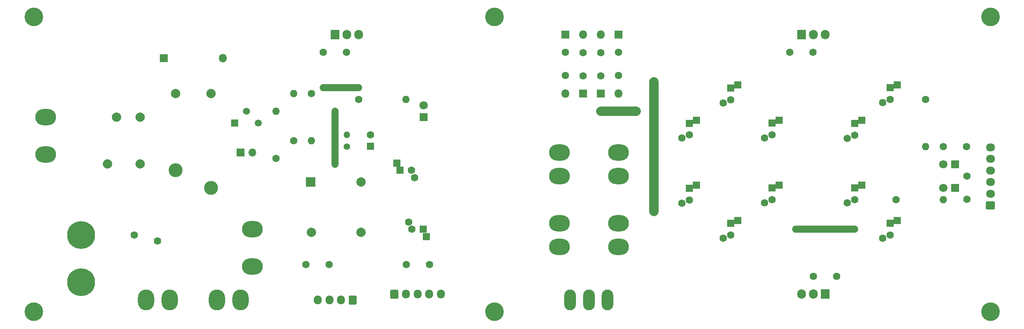
<source format=gbr>
G04 #@! TF.GenerationSoftware,KiCad,Pcbnew,5.0.1-33cea8e~68~ubuntu16.04.1*
G04 #@! TF.CreationDate,2018-10-23T23:14:49+02:00*
G04 #@! TF.ProjectId,mixersupply,6D69786572737570706C792E6B696361,1*
G04 #@! TF.SameCoordinates,Original*
G04 #@! TF.FileFunction,Copper,L1,Top,Signal*
G04 #@! TF.FilePolarity,Positive*
%FSLAX46Y46*%
G04 Gerber Fmt 4.6, Leading zero omitted, Abs format (unit mm)*
G04 Created by KiCad (PCBNEW 5.0.1-33cea8e~68~ubuntu16.04.1) date Di 23 Okt 2018 23:14:49 CEST*
%MOMM*%
%LPD*%
G01*
G04 APERTURE LIST*
G04 #@! TA.AperFunction,ComponentPad*
%ADD10C,1.500000*%
G04 #@! TD*
G04 #@! TA.AperFunction,ComponentPad*
%ADD11R,1.500000X1.500000*%
G04 #@! TD*
G04 #@! TA.AperFunction,ComponentPad*
%ADD12C,1.600000*%
G04 #@! TD*
G04 #@! TA.AperFunction,ComponentPad*
%ADD13O,1.600000X1.600000*%
G04 #@! TD*
G04 #@! TA.AperFunction,Conductor*
%ADD14C,0.100000*%
G04 #@! TD*
G04 #@! TA.AperFunction,ComponentPad*
%ADD15C,1.700000*%
G04 #@! TD*
G04 #@! TA.AperFunction,ComponentPad*
%ADD16O,1.700000X1.950000*%
G04 #@! TD*
G04 #@! TA.AperFunction,ComponentPad*
%ADD17C,1.400000*%
G04 #@! TD*
G04 #@! TA.AperFunction,ComponentPad*
%ADD18O,1.400000X1.400000*%
G04 #@! TD*
G04 #@! TA.AperFunction,ComponentPad*
%ADD19R,1.905000X2.000000*%
G04 #@! TD*
G04 #@! TA.AperFunction,ComponentPad*
%ADD20O,1.905000X2.000000*%
G04 #@! TD*
G04 #@! TA.AperFunction,ComponentPad*
%ADD21C,6.000000*%
G04 #@! TD*
G04 #@! TA.AperFunction,ComponentPad*
%ADD22C,2.000000*%
G04 #@! TD*
G04 #@! TA.AperFunction,ComponentPad*
%ADD23C,3.000000*%
G04 #@! TD*
G04 #@! TA.AperFunction,ComponentPad*
%ADD24R,1.600000X1.600000*%
G04 #@! TD*
G04 #@! TA.AperFunction,ComponentPad*
%ADD25O,4.500000X3.500000*%
G04 #@! TD*
G04 #@! TA.AperFunction,ComponentPad*
%ADD26R,2.000000X2.000000*%
G04 #@! TD*
G04 #@! TA.AperFunction,ComponentPad*
%ADD27R,1.800000X1.800000*%
G04 #@! TD*
G04 #@! TA.AperFunction,ComponentPad*
%ADD28C,1.800000*%
G04 #@! TD*
G04 #@! TA.AperFunction,ComponentPad*
%ADD29R,1.700000X1.700000*%
G04 #@! TD*
G04 #@! TA.AperFunction,ComponentPad*
%ADD30O,1.700000X1.700000*%
G04 #@! TD*
G04 #@! TA.AperFunction,ComponentPad*
%ADD31O,1.800000X1.800000*%
G04 #@! TD*
G04 #@! TA.AperFunction,ComponentPad*
%ADD32O,3.500000X4.500000*%
G04 #@! TD*
G04 #@! TA.AperFunction,ComponentPad*
%ADD33O,1.950000X1.700000*%
G04 #@! TD*
G04 #@! TA.AperFunction,ComponentPad*
%ADD34O,2.500000X4.500000*%
G04 #@! TD*
G04 #@! TA.AperFunction,ViaPad*
%ADD35C,4.000000*%
G04 #@! TD*
G04 #@! TA.AperFunction,ViaPad*
%ADD36C,1.000000*%
G04 #@! TD*
G04 #@! TA.AperFunction,Conductor*
%ADD37C,1.500000*%
G04 #@! TD*
G04 #@! TA.AperFunction,Conductor*
%ADD38C,2.000000*%
G04 #@! TD*
G04 APERTURE END LIST*
D10*
G04 #@! TO.P,Q1,2*
G04 #@! TO.N,Net-(Q1-Pad2)*
X63500000Y-38100000D03*
G04 #@! TO.P,Q1,3*
G04 #@! TO.N,GNDD*
X66040000Y-40640000D03*
D11*
G04 #@! TO.P,Q1,1*
G04 #@! TO.N,Net-(D5-Pad1)*
X60960000Y-40640000D03*
G04 #@! TD*
D12*
G04 #@! TO.P,C1,2*
G04 #@! TO.N,/5VAC_1*
X81280000Y-71120000D03*
G04 #@! TO.P,C1,1*
G04 #@! TO.N,/5VAC_2*
X76280000Y-71120000D03*
G04 #@! TD*
D13*
G04 #@! TO.P,RLED_PWR1,2*
G04 #@! TO.N,+5V*
X73660000Y-34290000D03*
D12*
G04 #@! TO.P,RLED_PWR1,1*
G04 #@! TO.N,Net-(J3-Pad2)*
X73660000Y-44450000D03*
G04 #@! TD*
D14*
G04 #@! TO.N,GNDD*
G04 #@! TO.C,J4*
G36*
X95954504Y-76496204D02*
X95978773Y-76499804D01*
X96002571Y-76505765D01*
X96025671Y-76514030D01*
X96047849Y-76524520D01*
X96068893Y-76537133D01*
X96088598Y-76551747D01*
X96106777Y-76568223D01*
X96123253Y-76586402D01*
X96137867Y-76606107D01*
X96150480Y-76627151D01*
X96160970Y-76649329D01*
X96169235Y-76672429D01*
X96175196Y-76696227D01*
X96178796Y-76720496D01*
X96180000Y-76745000D01*
X96180000Y-78195000D01*
X96178796Y-78219504D01*
X96175196Y-78243773D01*
X96169235Y-78267571D01*
X96160970Y-78290671D01*
X96150480Y-78312849D01*
X96137867Y-78333893D01*
X96123253Y-78353598D01*
X96106777Y-78371777D01*
X96088598Y-78388253D01*
X96068893Y-78402867D01*
X96047849Y-78415480D01*
X96025671Y-78425970D01*
X96002571Y-78434235D01*
X95978773Y-78440196D01*
X95954504Y-78443796D01*
X95930000Y-78445000D01*
X94730000Y-78445000D01*
X94705496Y-78443796D01*
X94681227Y-78440196D01*
X94657429Y-78434235D01*
X94634329Y-78425970D01*
X94612151Y-78415480D01*
X94591107Y-78402867D01*
X94571402Y-78388253D01*
X94553223Y-78371777D01*
X94536747Y-78353598D01*
X94522133Y-78333893D01*
X94509520Y-78312849D01*
X94499030Y-78290671D01*
X94490765Y-78267571D01*
X94484804Y-78243773D01*
X94481204Y-78219504D01*
X94480000Y-78195000D01*
X94480000Y-76745000D01*
X94481204Y-76720496D01*
X94484804Y-76696227D01*
X94490765Y-76672429D01*
X94499030Y-76649329D01*
X94509520Y-76627151D01*
X94522133Y-76606107D01*
X94536747Y-76586402D01*
X94553223Y-76568223D01*
X94571402Y-76551747D01*
X94591107Y-76537133D01*
X94612151Y-76524520D01*
X94634329Y-76514030D01*
X94657429Y-76505765D01*
X94681227Y-76499804D01*
X94705496Y-76496204D01*
X94730000Y-76495000D01*
X95930000Y-76495000D01*
X95954504Y-76496204D01*
X95954504Y-76496204D01*
G37*
D15*
G04 #@! TD*
G04 #@! TO.P,J4,1*
G04 #@! TO.N,GNDD*
X95330000Y-77470000D03*
D16*
G04 #@! TO.P,J4,2*
G04 #@! TO.N,GNDD*
X97830000Y-77470000D03*
G04 #@! TO.P,J4,3*
X100330000Y-77470000D03*
G04 #@! TO.P,J4,4*
G04 #@! TO.N,+5V*
X102830000Y-77470000D03*
G04 #@! TO.P,J4,5*
X105330000Y-77470000D03*
G04 #@! TD*
D17*
G04 #@! TO.P,R5,1*
G04 #@! TO.N,Net-(C10-Pad1)*
X85090000Y-45720000D03*
D18*
G04 #@! TO.P,R5,2*
G04 #@! TO.N,GNDD*
X85090000Y-43180000D03*
G04 #@! TD*
D14*
G04 #@! TO.N,N/C*
G04 #@! TO.C,J8*
G36*
X86984504Y-77766204D02*
X87008773Y-77769804D01*
X87032571Y-77775765D01*
X87055671Y-77784030D01*
X87077849Y-77794520D01*
X87098893Y-77807133D01*
X87118598Y-77821747D01*
X87136777Y-77838223D01*
X87153253Y-77856402D01*
X87167867Y-77876107D01*
X87180480Y-77897151D01*
X87190970Y-77919329D01*
X87199235Y-77942429D01*
X87205196Y-77966227D01*
X87208796Y-77990496D01*
X87210000Y-78015000D01*
X87210000Y-79465000D01*
X87208796Y-79489504D01*
X87205196Y-79513773D01*
X87199235Y-79537571D01*
X87190970Y-79560671D01*
X87180480Y-79582849D01*
X87167867Y-79603893D01*
X87153253Y-79623598D01*
X87136777Y-79641777D01*
X87118598Y-79658253D01*
X87098893Y-79672867D01*
X87077849Y-79685480D01*
X87055671Y-79695970D01*
X87032571Y-79704235D01*
X87008773Y-79710196D01*
X86984504Y-79713796D01*
X86960000Y-79715000D01*
X85760000Y-79715000D01*
X85735496Y-79713796D01*
X85711227Y-79710196D01*
X85687429Y-79704235D01*
X85664329Y-79695970D01*
X85642151Y-79685480D01*
X85621107Y-79672867D01*
X85601402Y-79658253D01*
X85583223Y-79641777D01*
X85566747Y-79623598D01*
X85552133Y-79603893D01*
X85539520Y-79582849D01*
X85529030Y-79560671D01*
X85520765Y-79537571D01*
X85514804Y-79513773D01*
X85511204Y-79489504D01*
X85510000Y-79465000D01*
X85510000Y-78015000D01*
X85511204Y-77990496D01*
X85514804Y-77966227D01*
X85520765Y-77942429D01*
X85529030Y-77919329D01*
X85539520Y-77897151D01*
X85552133Y-77876107D01*
X85566747Y-77856402D01*
X85583223Y-77838223D01*
X85601402Y-77821747D01*
X85621107Y-77807133D01*
X85642151Y-77794520D01*
X85664329Y-77784030D01*
X85687429Y-77775765D01*
X85711227Y-77769804D01*
X85735496Y-77766204D01*
X85760000Y-77765000D01*
X86960000Y-77765000D01*
X86984504Y-77766204D01*
X86984504Y-77766204D01*
G37*
D15*
G04 #@! TD*
G04 #@! TO.P,J8,1*
G04 #@! TO.N,N/C*
X86360000Y-78740000D03*
D16*
G04 #@! TO.P,J8,2*
G04 #@! TO.N,N/C*
X83860000Y-78740000D03*
G04 #@! TO.P,J8,3*
G04 #@! TO.N,/5VAC_1*
X81360000Y-78740000D03*
G04 #@! TO.P,J8,4*
G04 #@! TO.N,/5VAC_2*
X78860000Y-78740000D03*
G04 #@! TD*
D19*
G04 #@! TO.P,U1,1*
G04 #@! TO.N,Net-(Cl1-Pad1)*
X82550000Y-21590000D03*
D20*
G04 #@! TO.P,U1,2*
G04 #@! TO.N,GNDD*
X85090000Y-21590000D03*
G04 #@! TO.P,U1,3*
G04 #@! TO.N,+5V*
X87630000Y-21590000D03*
G04 #@! TD*
D21*
G04 #@! TO.P,J1,1*
G04 #@! TO.N,Net-(F1-Pad1)*
X27940000Y-74930000D03*
G04 #@! TO.P,J1,2*
G04 #@! TO.N,Net-(J1-Pad2)*
X27940000Y-64770000D03*
G04 #@! TD*
D22*
G04 #@! TO.P,TH1,1*
G04 #@! TO.N,Net-(C25-Pad1)*
X33610000Y-49370000D03*
G04 #@! TO.P,TH1,2*
G04 #@! TO.N,Net-(C25-Pad2)*
X35560000Y-39370000D03*
G04 #@! TD*
D12*
G04 #@! TO.P,RV1,1*
G04 #@! TO.N,Net-(C25-Pad1)*
X44370000Y-66040000D03*
G04 #@! TO.P,RV1,2*
G04 #@! TO.N,Net-(J1-Pad2)*
X39370000Y-64740000D03*
G04 #@! TD*
D22*
G04 #@! TO.P,K1,A1*
G04 #@! TO.N,+5V*
X55880000Y-34290000D03*
G04 #@! TO.P,K1,A2*
G04 #@! TO.N,Net-(D5-Pad1)*
X48260000Y-34290000D03*
D23*
G04 #@! TO.P,K1,11*
G04 #@! TO.N,Net-(C25-Pad2)*
X48260000Y-50800000D03*
G04 #@! TO.P,K1,14*
G04 #@! TO.N,Net-(C25-Pad1)*
X55880000Y-54610000D03*
G04 #@! TD*
D12*
G04 #@! TO.P,Cl1,2*
G04 #@! TO.N,GNDD*
X99690937Y-52400000D03*
D24*
G04 #@! TO.P,Cl1,1*
G04 #@! TO.N,Net-(Cl1-Pad1)*
X95849063Y-49200000D03*
D12*
G04 #@! TO.P,Cl1,2*
G04 #@! TO.N,GNDD*
X99020000Y-50800000D03*
D24*
G04 #@! TO.P,Cl1,1*
G04 #@! TO.N,Net-(Cl1-Pad1)*
X96520000Y-50800000D03*
G04 #@! TD*
D25*
G04 #@! TO.P,J2,2*
G04 #@! TO.N,Net-(F1-Pad2)*
X64770000Y-71500000D03*
G04 #@! TO.P,J2,1*
G04 #@! TO.N,Net-(C25-Pad1)*
X64770000Y-63500000D03*
G04 #@! TD*
D12*
G04 #@! TO.P,R1,1*
G04 #@! TO.N,Net-(C10-Pad1)*
X69850000Y-48260000D03*
D13*
G04 #@! TO.P,R1,2*
G04 #@! TO.N,Net-(Q1-Pad2)*
X69850000Y-38100000D03*
G04 #@! TD*
D12*
G04 #@! TO.P,Cl2,1*
G04 #@! TO.N,Net-(Cl1-Pad1)*
X80010000Y-25400000D03*
G04 #@! TO.P,Cl2,2*
G04 #@! TO.N,GNDD*
X85010000Y-25400000D03*
G04 #@! TD*
D22*
G04 #@! TO.P,DB9V1,3*
G04 #@! TO.N,GNDD*
X88170000Y-64140000D03*
G04 #@! TO.P,DB9V1,4*
G04 #@! TO.N,/5VAC_1*
X88170000Y-53340000D03*
D26*
G04 #@! TO.P,DB9V1,1*
G04 #@! TO.N,Net-(Cl1-Pad1)*
X77370000Y-53340000D03*
D22*
G04 #@! TO.P,DB9V1,2*
G04 #@! TO.N,/5VAC_2*
X77470000Y-64140000D03*
G04 #@! TD*
D24*
G04 #@! TO.P,Cl3,1*
G04 #@! TO.N,+5V*
X101560000Y-63500000D03*
D12*
G04 #@! TO.P,Cl3,2*
G04 #@! TO.N,GNDD*
X99060000Y-63500000D03*
D24*
G04 #@! TO.P,Cl3,1*
G04 #@! TO.N,+5V*
X102230937Y-65100000D03*
D12*
G04 #@! TO.P,Cl3,2*
G04 #@! TO.N,GNDD*
X98389063Y-61900000D03*
G04 #@! TD*
D25*
G04 #@! TO.P,J6,1*
G04 #@! TO.N,Net-(J1-Pad2)*
X20320000Y-47370000D03*
G04 #@! TO.P,J6,2*
G04 #@! TO.N,Net-(C25-Pad2)*
X20320000Y-39370000D03*
G04 #@! TD*
D12*
G04 #@! TO.P,Cl4,2*
G04 #@! TO.N,GNDD*
X97870000Y-71120000D03*
G04 #@! TO.P,Cl4,1*
G04 #@! TO.N,+5V*
X102870000Y-71120000D03*
G04 #@! TD*
D13*
G04 #@! TO.P,RLED_5V1,2*
G04 #@! TO.N,Net-(DLED_5V1-Pad2)*
X97790000Y-35560000D03*
D12*
G04 #@! TO.P,RLED_5V1,1*
G04 #@! TO.N,+5V*
X87630000Y-35560000D03*
G04 #@! TD*
G04 #@! TO.P,R2,1*
G04 #@! TO.N,+5V*
X77470000Y-34290000D03*
D13*
G04 #@! TO.P,R2,2*
G04 #@! TO.N,Net-(C10-Pad1)*
X77470000Y-44450000D03*
G04 #@! TD*
D27*
G04 #@! TO.P,DLED_5V1,1*
G04 #@! TO.N,GNDD*
X101600000Y-39370000D03*
D28*
G04 #@! TO.P,DLED_5V1,2*
G04 #@! TO.N,Net-(DLED_5V1-Pad2)*
X101600000Y-36830000D03*
G04 #@! TD*
D24*
G04 #@! TO.P,C10,1*
G04 #@! TO.N,Net-(C10-Pad1)*
X90170000Y-45640000D03*
D12*
G04 #@! TO.P,C10,2*
G04 #@! TO.N,GNDD*
X90170000Y-43140000D03*
G04 #@! TD*
D29*
G04 #@! TO.P,J3,1*
G04 #@! TO.N,Net-(D5-Pad1)*
X62230000Y-46990000D03*
D30*
G04 #@! TO.P,J3,2*
G04 #@! TO.N,Net-(J3-Pad2)*
X64770000Y-46990000D03*
G04 #@! TD*
D22*
G04 #@! TO.P,C25,1*
G04 #@! TO.N,Net-(C25-Pad1)*
X40640000Y-49370000D03*
G04 #@! TO.P,C25,2*
G04 #@! TO.N,Net-(C25-Pad2)*
X40640000Y-39370000D03*
G04 #@! TD*
D27*
G04 #@! TO.P,D5,1*
G04 #@! TO.N,Net-(D5-Pad1)*
X45720000Y-26670000D03*
D31*
G04 #@! TO.P,D5,2*
G04 #@! TO.N,+5V*
X58420000Y-26670000D03*
G04 #@! TD*
D32*
G04 #@! TO.P,F1,2*
G04 #@! TO.N,Net-(F1-Pad2)*
X62230000Y-78740000D03*
X57150000Y-78740000D03*
G04 #@! TO.P,F1,1*
G04 #@! TO.N,Net-(F1-Pad1)*
X46990000Y-78740000D03*
X41910000Y-78740000D03*
G04 #@! TD*
D27*
G04 #@! TO.P,D4,1*
G04 #@! TO.N,Net-(C3-Pad1)*
X139700000Y-34290000D03*
D31*
G04 #@! TO.P,D4,2*
G04 #@! TO.N,Net-(C4-Pad1)*
X139700000Y-21590000D03*
G04 #@! TD*
D12*
G04 #@! TO.P,Cp3,2*
G04 #@! TO.N,GNDA*
X166040000Y-36270937D03*
D24*
G04 #@! TO.P,Cp3,1*
G04 #@! TO.N,Net-(C3-Pad1)*
X169240000Y-32429063D03*
D12*
G04 #@! TO.P,Cp3,2*
G04 #@! TO.N,GNDA*
X167640000Y-35600000D03*
D24*
G04 #@! TO.P,Cp3,1*
G04 #@! TO.N,Net-(C3-Pad1)*
X167640000Y-33100000D03*
G04 #@! TD*
D20*
G04 #@! TO.P,U2,3*
G04 #@! TO.N,+15V*
X187960000Y-21590000D03*
G04 #@! TO.P,U2,2*
G04 #@! TO.N,GNDA*
X185420000Y-21590000D03*
D19*
G04 #@! TO.P,U2,1*
G04 #@! TO.N,Net-(C3-Pad1)*
X182880000Y-21590000D03*
G04 #@! TD*
D12*
G04 #@! TO.P,C2,1*
G04 #@! TO.N,Net-(C2-Pad1)*
X132080000Y-25400000D03*
G04 #@! TO.P,C2,2*
G04 #@! TO.N,Net-(C2-Pad2)*
X132080000Y-30400000D03*
G04 #@! TD*
D19*
G04 #@! TO.P,U3,1*
G04 #@! TO.N,GNDA*
X187960000Y-77470000D03*
D20*
G04 #@! TO.P,U3,2*
G04 #@! TO.N,Net-(C4-Pad1)*
X185420000Y-77470000D03*
G04 #@! TO.P,U3,3*
G04 #@! TO.N,-15V*
X182880000Y-77470000D03*
G04 #@! TD*
D12*
G04 #@! TO.P,Cn4,1*
G04 #@! TO.N,GNDA*
X190420000Y-73660000D03*
G04 #@! TO.P,Cn4,2*
G04 #@! TO.N,Net-(C4-Pad1)*
X185420000Y-73660000D03*
G04 #@! TD*
D14*
G04 #@! TO.N,-15V*
G04 #@! TO.C,J5*
G36*
X224269504Y-57491204D02*
X224293773Y-57494804D01*
X224317571Y-57500765D01*
X224340671Y-57509030D01*
X224362849Y-57519520D01*
X224383893Y-57532133D01*
X224403598Y-57546747D01*
X224421777Y-57563223D01*
X224438253Y-57581402D01*
X224452867Y-57601107D01*
X224465480Y-57622151D01*
X224475970Y-57644329D01*
X224484235Y-57667429D01*
X224490196Y-57691227D01*
X224493796Y-57715496D01*
X224495000Y-57740000D01*
X224495000Y-58940000D01*
X224493796Y-58964504D01*
X224490196Y-58988773D01*
X224484235Y-59012571D01*
X224475970Y-59035671D01*
X224465480Y-59057849D01*
X224452867Y-59078893D01*
X224438253Y-59098598D01*
X224421777Y-59116777D01*
X224403598Y-59133253D01*
X224383893Y-59147867D01*
X224362849Y-59160480D01*
X224340671Y-59170970D01*
X224317571Y-59179235D01*
X224293773Y-59185196D01*
X224269504Y-59188796D01*
X224245000Y-59190000D01*
X222795000Y-59190000D01*
X222770496Y-59188796D01*
X222746227Y-59185196D01*
X222722429Y-59179235D01*
X222699329Y-59170970D01*
X222677151Y-59160480D01*
X222656107Y-59147867D01*
X222636402Y-59133253D01*
X222618223Y-59116777D01*
X222601747Y-59098598D01*
X222587133Y-59078893D01*
X222574520Y-59057849D01*
X222564030Y-59035671D01*
X222555765Y-59012571D01*
X222549804Y-58988773D01*
X222546204Y-58964504D01*
X222545000Y-58940000D01*
X222545000Y-57740000D01*
X222546204Y-57715496D01*
X222549804Y-57691227D01*
X222555765Y-57667429D01*
X222564030Y-57644329D01*
X222574520Y-57622151D01*
X222587133Y-57601107D01*
X222601747Y-57581402D01*
X222618223Y-57563223D01*
X222636402Y-57546747D01*
X222656107Y-57532133D01*
X222677151Y-57519520D01*
X222699329Y-57509030D01*
X222722429Y-57500765D01*
X222746227Y-57494804D01*
X222770496Y-57491204D01*
X222795000Y-57490000D01*
X224245000Y-57490000D01*
X224269504Y-57491204D01*
X224269504Y-57491204D01*
G37*
D15*
G04 #@! TD*
G04 #@! TO.P,J5,1*
G04 #@! TO.N,-15V*
X223520000Y-58340000D03*
D33*
G04 #@! TO.P,J5,2*
G04 #@! TO.N,-15V*
X223520000Y-55840000D03*
G04 #@! TO.P,J5,3*
G04 #@! TO.N,GNDA*
X223520000Y-53340000D03*
G04 #@! TO.P,J5,4*
X223520000Y-50840000D03*
G04 #@! TO.P,J5,5*
G04 #@! TO.N,+15V*
X223520000Y-48340000D03*
G04 #@! TO.P,J5,6*
X223520000Y-45840000D03*
G04 #@! TD*
D24*
G04 #@! TO.P,Cp5,1*
G04 #@! TO.N,+15V*
X194310000Y-40720000D03*
D12*
G04 #@! TO.P,Cp5,2*
G04 #@! TO.N,GNDA*
X194310000Y-43220000D03*
D24*
G04 #@! TO.P,Cp5,1*
G04 #@! TO.N,+15V*
X195910000Y-40049063D03*
D12*
G04 #@! TO.P,Cp5,2*
G04 #@! TO.N,GNDA*
X192710000Y-43890937D03*
G04 #@! TD*
D24*
G04 #@! TO.P,Cp6,1*
G04 #@! TO.N,+15V*
X201930000Y-33020000D03*
D12*
G04 #@! TO.P,Cp6,2*
G04 #@! TO.N,GNDA*
X201930000Y-35520000D03*
D24*
G04 #@! TO.P,Cp6,1*
G04 #@! TO.N,+15V*
X203530000Y-32349063D03*
D12*
G04 #@! TO.P,Cp6,2*
G04 #@! TO.N,GNDA*
X200330000Y-36190937D03*
G04 #@! TD*
D24*
G04 #@! TO.P,Cp2,1*
G04 #@! TO.N,Net-(C3-Pad1)*
X176530000Y-40640000D03*
D12*
G04 #@! TO.P,Cp2,2*
G04 #@! TO.N,GNDA*
X176530000Y-43140000D03*
D24*
G04 #@! TO.P,Cp2,1*
G04 #@! TO.N,Net-(C3-Pad1)*
X178130000Y-39969063D03*
D12*
G04 #@! TO.P,Cp2,2*
G04 #@! TO.N,GNDA*
X174930000Y-43810937D03*
G04 #@! TD*
G04 #@! TO.P,C5,2*
G04 #@! TO.N,Net-(C4-Pad1)*
X139700000Y-25480000D03*
G04 #@! TO.P,C5,1*
G04 #@! TO.N,Net-(C3-Pad1)*
X139700000Y-30480000D03*
G04 #@! TD*
G04 #@! TO.P,Cp7,1*
G04 #@! TO.N,+15V*
X218360000Y-45720000D03*
G04 #@! TO.P,Cp7,2*
G04 #@! TO.N,GNDA*
X213360000Y-45720000D03*
G04 #@! TD*
G04 #@! TO.P,Cp4,2*
G04 #@! TO.N,GNDA*
X185340000Y-25400000D03*
G04 #@! TO.P,Cp4,1*
G04 #@! TO.N,Net-(C3-Pad1)*
X180340000Y-25400000D03*
G04 #@! TD*
D25*
G04 #@! TO.P,F3,2*
G04 #@! TO.N,Net-(F3-Pad2)*
X143510000Y-67310000D03*
X143510000Y-62230000D03*
G04 #@! TO.P,F3,1*
G04 #@! TO.N,Net-(C2-Pad2)*
X143510000Y-52070000D03*
X143510000Y-46990000D03*
G04 #@! TD*
D34*
G04 #@! TO.P,J7,1*
G04 #@! TO.N,Net-(F3-Pad2)*
X141160000Y-78740000D03*
G04 #@! TO.P,J7,2*
G04 #@! TO.N,GNDA*
X137160000Y-78740000D03*
G04 #@! TO.P,J7,3*
G04 #@! TO.N,Net-(F2-Pad2)*
X133160000Y-78740000D03*
G04 #@! TD*
D27*
G04 #@! TO.P,DLED_+12V1,1*
G04 #@! TO.N,GNDA*
X215900000Y-49530000D03*
D28*
G04 #@! TO.P,DLED_+12V1,2*
G04 #@! TO.N,Net-(DLED_+12V1-Pad2)*
X213360000Y-49530000D03*
G04 #@! TD*
D12*
G04 #@! TO.P,Cn6,2*
G04 #@! TO.N,-15V*
X200330000Y-65400937D03*
D24*
G04 #@! TO.P,Cn6,1*
G04 #@! TO.N,GNDA*
X203530000Y-61559063D03*
D12*
G04 #@! TO.P,Cn6,2*
G04 #@! TO.N,-15V*
X201930000Y-64730000D03*
D24*
G04 #@! TO.P,Cn6,1*
G04 #@! TO.N,GNDA*
X201930000Y-62230000D03*
G04 #@! TD*
D13*
G04 #@! TO.P,R3,2*
G04 #@! TO.N,Net-(DLED_+12V1-Pad2)*
X209550000Y-45720000D03*
D12*
G04 #@! TO.P,R3,1*
G04 #@! TO.N,+15V*
X209550000Y-35560000D03*
G04 #@! TD*
D28*
G04 #@! TO.P,DLED_-12V1,2*
G04 #@! TO.N,Net-(DLED_-12V1-Pad2)*
X213360000Y-54610000D03*
D27*
G04 #@! TO.P,DLED_-12V1,1*
G04 #@! TO.N,-15V*
X215900000Y-54610000D03*
G04 #@! TD*
D12*
G04 #@! TO.P,R4,1*
G04 #@! TO.N,GNDA*
X203200000Y-57150000D03*
D13*
G04 #@! TO.P,R4,2*
G04 #@! TO.N,Net-(DLED_-12V1-Pad2)*
X213360000Y-57150000D03*
G04 #@! TD*
D25*
G04 #@! TO.P,F2,1*
G04 #@! TO.N,Net-(C2-Pad1)*
X130810000Y-46990000D03*
X130810000Y-52070000D03*
G04 #@! TO.P,F2,2*
G04 #@! TO.N,Net-(F2-Pad2)*
X130810000Y-62230000D03*
X130810000Y-67310000D03*
G04 #@! TD*
D24*
G04 #@! TO.P,Cn1,1*
G04 #@! TO.N,GNDA*
X158750000Y-54690000D03*
D12*
G04 #@! TO.P,Cn1,2*
G04 #@! TO.N,Net-(C4-Pad1)*
X158750000Y-57190000D03*
D24*
G04 #@! TO.P,Cn1,1*
G04 #@! TO.N,GNDA*
X160350000Y-54019063D03*
D12*
G04 #@! TO.P,Cn1,2*
G04 #@! TO.N,Net-(C4-Pad1)*
X157150000Y-57860937D03*
G04 #@! TD*
D31*
G04 #@! TO.P,D2,2*
G04 #@! TO.N,Net-(C2-Pad1)*
X135890000Y-21590000D03*
D27*
G04 #@! TO.P,D2,1*
G04 #@! TO.N,Net-(C3-Pad1)*
X135890000Y-34290000D03*
G04 #@! TD*
D12*
G04 #@! TO.P,Cn3,2*
G04 #@! TO.N,Net-(C4-Pad1)*
X166040000Y-65400937D03*
D24*
G04 #@! TO.P,Cn3,1*
G04 #@! TO.N,GNDA*
X169240000Y-61559063D03*
D12*
G04 #@! TO.P,Cn3,2*
G04 #@! TO.N,Net-(C4-Pad1)*
X167640000Y-64730000D03*
D24*
G04 #@! TO.P,Cn3,1*
G04 #@! TO.N,GNDA*
X167640000Y-62230000D03*
G04 #@! TD*
D12*
G04 #@! TO.P,Cp1,2*
G04 #@! TO.N,GNDA*
X157150000Y-43850937D03*
D24*
G04 #@! TO.P,Cp1,1*
G04 #@! TO.N,Net-(C3-Pad1)*
X160350000Y-40009063D03*
D12*
G04 #@! TO.P,Cp1,2*
G04 #@! TO.N,GNDA*
X158750000Y-43180000D03*
D24*
G04 #@! TO.P,Cp1,1*
G04 #@! TO.N,Net-(C3-Pad1)*
X158750000Y-40680000D03*
G04 #@! TD*
D27*
G04 #@! TO.P,D3,1*
G04 #@! TO.N,Net-(C4-Pad1)*
X143510000Y-21590000D03*
D31*
G04 #@! TO.P,D3,2*
G04 #@! TO.N,Net-(C2-Pad2)*
X143510000Y-34290000D03*
G04 #@! TD*
D12*
G04 #@! TO.P,C4,1*
G04 #@! TO.N,Net-(C4-Pad1)*
X143510000Y-25400000D03*
G04 #@! TO.P,C4,2*
G04 #@! TO.N,Net-(C2-Pad2)*
X143510000Y-30400000D03*
G04 #@! TD*
D24*
G04 #@! TO.P,Cn2,1*
G04 #@! TO.N,GNDA*
X176530000Y-54610000D03*
D12*
G04 #@! TO.P,Cn2,2*
G04 #@! TO.N,Net-(C4-Pad1)*
X176530000Y-57110000D03*
D24*
G04 #@! TO.P,Cn2,1*
G04 #@! TO.N,GNDA*
X178130000Y-53939063D03*
D12*
G04 #@! TO.P,Cn2,2*
G04 #@! TO.N,Net-(C4-Pad1)*
X174930000Y-57780937D03*
G04 #@! TD*
D31*
G04 #@! TO.P,D1,2*
G04 #@! TO.N,Net-(C2-Pad2)*
X132080000Y-34290000D03*
D27*
G04 #@! TO.P,D1,1*
G04 #@! TO.N,Net-(C2-Pad1)*
X132080000Y-21590000D03*
G04 #@! TD*
D24*
G04 #@! TO.P,Cn5,1*
G04 #@! TO.N,GNDA*
X194310000Y-54610000D03*
D12*
G04 #@! TO.P,Cn5,2*
G04 #@! TO.N,-15V*
X194310000Y-57110000D03*
D24*
G04 #@! TO.P,Cn5,1*
G04 #@! TO.N,GNDA*
X195910000Y-53939063D03*
D12*
G04 #@! TO.P,Cn5,2*
G04 #@! TO.N,-15V*
X192710000Y-57780937D03*
G04 #@! TD*
G04 #@! TO.P,Cn7,2*
G04 #@! TO.N,-15V*
X218440000Y-57070000D03*
G04 #@! TO.P,Cn7,1*
G04 #@! TO.N,GNDA*
X218440000Y-52070000D03*
G04 #@! TD*
G04 #@! TO.P,C3,2*
G04 #@! TO.N,Net-(C2-Pad1)*
X135890000Y-25480000D03*
G04 #@! TO.P,C3,1*
G04 #@! TO.N,Net-(C3-Pad1)*
X135890000Y-30480000D03*
G04 #@! TD*
D35*
G04 #@! TO.N,*
X116840000Y-81280000D03*
X116840000Y-17780000D03*
X223520000Y-17780000D03*
X223520000Y-81280000D03*
X17780000Y-17780000D03*
X17780000Y-81280000D03*
D36*
G04 #@! TO.N,+5V*
X80010000Y-33020000D03*
X87630000Y-33020000D03*
G04 #@! TO.N,Net-(C3-Pad1)*
X147320000Y-38100000D03*
X139700000Y-38100000D03*
G04 #@! TO.N,Net-(C4-Pad1)*
X151130000Y-31750000D03*
X151130000Y-59690000D03*
G04 #@! TO.N,Net-(Cl1-Pad1)*
X82550000Y-49530000D03*
X82550000Y-38100000D03*
G04 #@! TO.N,-15V*
X181610000Y-63500000D03*
X194310000Y-63500000D03*
G04 #@! TD*
D37*
G04 #@! TO.N,+5V*
X87630000Y-33020000D02*
X80010000Y-33020000D01*
D38*
G04 #@! TO.N,Net-(C3-Pad1)*
X139700000Y-38100000D02*
X147320000Y-38100000D01*
G04 #@! TO.N,Net-(C4-Pad1)*
X151130000Y-59690000D02*
X151130000Y-31750000D01*
D37*
G04 #@! TO.N,Net-(Cl1-Pad1)*
X82550000Y-38100000D02*
X82550000Y-49530000D01*
G04 #@! TO.N,-15V*
X181610000Y-63500000D02*
X194310000Y-63500000D01*
G04 #@! TD*
M02*

</source>
